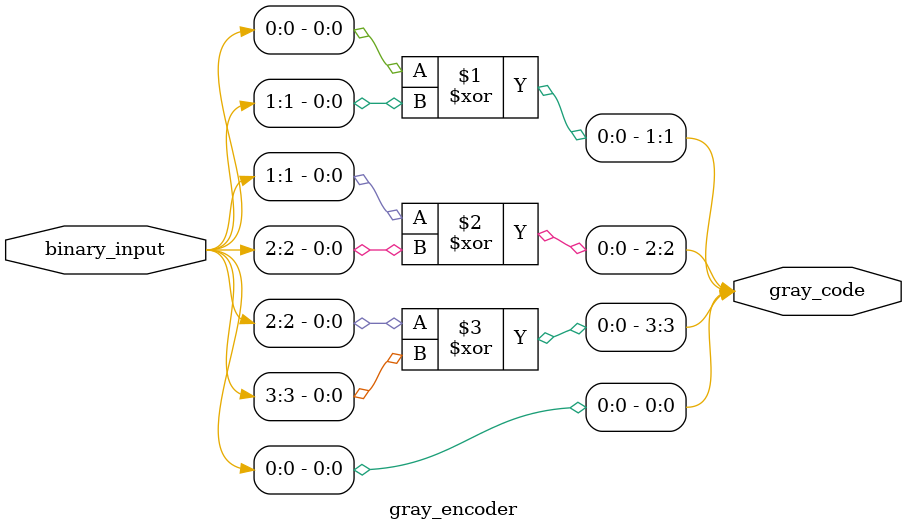
<source format=v>
module gray_encoder(
    input [3:0] binary_input,
    output [3:0] gray_code
);

assign gray_code[0] = binary_input[0];
assign gray_code[1] = binary_input[0] ^ binary_input[1];
assign gray_code[2] = binary_input[1] ^ binary_input[2];
assign gray_code[3] = binary_input[2] ^ binary_input[3];

endmodule
</source>
